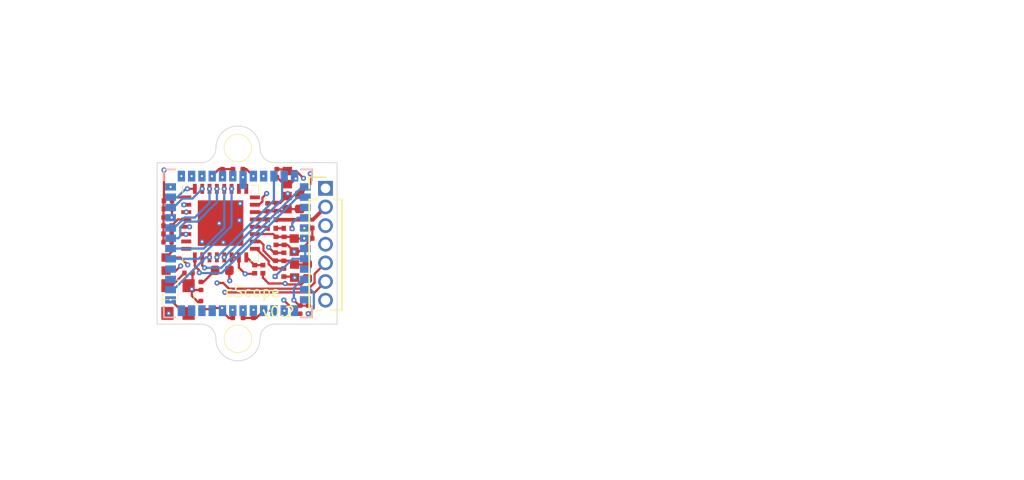
<source format=kicad_pcb>
(kicad_pcb (version 20171130) (host pcbnew "(5.1.4)-1")
  (layers (0 F.Cu signal) (1 In1.Cu power) (2 In2.Cu signal) (31 B.Cu signal) (34 B.Paste user) (35 F.Paste user) (36 B.SilkS user) (37 F.SilkS user) (38 B.Mask user) (39 F.Mask user) (44 Edge.Cuts user))
  (net 0 "")
  (net 1 GND)
  (net 2 /RESET_BAR)
  (net 3 /EXTCLK)
  (net 4 /TRIGGER)
  (net 5 /STROBE)
  (net 6 /DOUT1)
  (net 7 /DOUT0)
  (net 8 /ENT1)
  (net 9 VDDD)
  (net 10 DOUT_P)
  (net 11 PDB)
  (net 12 VDDPLL)
  (net 13 VDDCML)
  (net 14 CLK_OUT)
  (net 15 FV)
  (net 16 LV)
  (net 17 I2C_SDA)
  (net 18 I2C_SCL)
  (net 19 MODE)
  (net 20 DIN0)
  (net 21 DIN1)
  (net 22 DIN2)
  (net 23 DIN3)
  (net 24 DIN4)
  (net 25 DIN5)
  (net 26 DIN6)
  (net 27 DIN7)
  (net 28 DIN8)
  (net 29 DIN9)
  (net 30 DIN11)
  (net 31 DIN10)
  (net 32 VDDIO)
  (net 33 "Net-(C7-Pad2)")
  (net 34 "Net-(C8-Pad2)")
  (net 35 "Net-(C8-Pad1)")
  (net 36 "Net-(D2-Pad2)")
  (net 37 "Net-(R17-Pad2)")
  (net 38 "Net-(U2-Pad17)")
  (net 39 "Net-(U2-Pad18)")
  (net 40 /ENT)
  (module Connector:Conn_1x1_700_Circular_Pad_mountinghole (layer F.Cu) (at 51.49994 141.00152 180)
    (fp_text reference H3)
    (fp_text value MountingHole hide)
    (pad "" np_thru_hole circle (at 0 0 180) (size 1 1) (drill 1) (layers *.Cu *.Mask))
  )
  (module Connector:Conn_1x1_700_Circular_Pad_mountinghole (layer F.Cu) (at 51.4974 127.99926 180)
    (fp_text reference H3)
    (fp_text value MountingHole hide)
    (pad "" np_thru_hole circle (at 0 0 180) (size 1 1) (drill 1) (layers *.Cu *.Mask))
  )
  (module .Package_LCC:iLCC48P70_1000X1000X135L80X40N (layer B.Cu) (at 51.5 134.5 180)
    (fp_text reference U6)
    (fp_text value MT9P031I12STM-DP)
    (pad 18 smd rect (at -4.585 -3.85 180) (size 0.74 0.5) (layers B.Cu B.Paste B.Mask))
    (pad 17 smd rect (at -4.585 -3.15 180) (size 0.74 0.5) (layers B.Cu B.Paste B.Mask) (net 1 GND))
    (pad 16 smd rect (at -4.585 -2.45 180) (size 0.74 0.5) (layers B.Cu B.Paste B.Mask) (net 2 /RESET_BAR))
    (pad 15 smd rect (at -4.585 -1.75 180) (size 0.74 0.5) (layers B.Cu B.Paste B.Mask) (net 4 /TRIGGER))
    (pad 14 smd rect (at -4.585 -1.05 180) (size 0.74 0.5) (layers B.Cu B.Paste B.Mask) (net 32 VDDIO))
    (pad 13 smd rect (at -4.585 -0.35 180) (size 0.74 0.5) (layers B.Cu B.Paste B.Mask) (net 32 VDDIO))
    (pad 12 smd rect (at -4.585 0.35 180) (size 0.74 0.5) (layers B.Cu B.Paste B.Mask) (net 9 VDDD))
    (pad 11 smd rect (at -4.585 1.05 180) (size 0.74 0.5) (layers B.Cu B.Paste B.Mask) (net 32 VDDIO))
    (pad 10 smd rect (at -4.585 1.75 180) (size 0.74 0.5) (layers B.Cu B.Paste B.Mask) (net 1 GND))
    (pad 9 smd rect (at -4.585 2.45 180) (size 0.74 0.5) (layers B.Cu B.Paste B.Mask) (net 5 /STROBE))
    (pad 8 smd rect (at -4.585 3.15 180) (size 0.74 0.5) (layers B.Cu B.Paste B.Mask) (net 16 LV))
    (pad 7 smd rect (at -4.585 3.85 180) (size 0.74 0.5) (layers B.Cu B.Paste B.Mask) (net 15 FV))
    (pad 6 smd rect (at -3.85 4.585 90) (size 0.74 0.5) (layers B.Cu B.Paste B.Mask) (net 1 GND))
    (pad 5 smd rect (at -3.15 4.585 90) (size 0.74 0.5) (layers B.Cu B.Paste B.Mask) (net 17 I2C_SDA))
    (pad 4 smd rect (at -2.45 4.585 90) (size 0.74 0.5) (layers B.Cu B.Paste B.Mask) (net 18 I2C_SCL))
    (pad 3 smd rect (at -1.75 4.585 90) (size 0.74 0.5) (layers B.Cu B.Paste B.Mask) (net 1 GND))
    (pad 2 smd rect (at -1.05 4.585 90) (size 0.74 0.5) (layers B.Cu B.Paste B.Mask) (net 1 GND))
    (pad 1 smd rect (at -0.35 4.331 90) (size 1.248 0.5) (layers B.Cu B.Paste B.Mask) (net 32 VDDIO))
    (pad 48 smd rect (at 0.35 4.585 90) (size 0.74 0.5) (layers B.Cu B.Paste B.Mask) (net 32 VDDIO))
    (pad 47 smd rect (at 1.05 4.585 90) (size 0.74 0.5) (layers B.Cu B.Paste B.Mask) (net 9 VDDD))
    (pad 46 smd rect (at 1.75 4.585 90) (size 0.74 0.5) (layers B.Cu B.Paste B.Mask) (net 1 GND))
    (pad 45 smd rect (at 2.45 4.585 90) (size 0.74 0.5) (layers B.Cu B.Paste B.Mask) (net 29 DIN9))
    (pad 44 smd rect (at 3.15 4.585 90) (size 0.74 0.5) (layers B.Cu B.Paste B.Mask) (net 28 DIN8))
    (pad 43 smd rect (at 3.85 4.585 90) (size 0.74 0.5) (layers B.Cu B.Paste B.Mask) (net 27 DIN7))
    (pad 42 smd rect (at 4.585 3.85 180) (size 0.74 0.5) (layers B.Cu B.Paste B.Mask) (net 26 DIN6))
    (pad 41 smd rect (at 4.585 3.15 180) (size 0.74 0.5) (layers B.Cu B.Paste B.Mask) (net 25 DIN5))
    (pad 40 smd rect (at 4.585 2.45 180) (size 0.74 0.5) (layers B.Cu B.Paste B.Mask) (net 24 DIN4))
    (pad 39 smd rect (at 4.585 1.75 180) (size 0.74 0.5) (layers B.Cu B.Paste B.Mask) (net 32 VDDIO))
    (pad 38 smd rect (at 4.585 1.05 180) (size 0.74 0.5) (layers B.Cu B.Paste B.Mask) (net 23 DIN3))
    (pad 37 smd rect (at 4.585 0.35 180) (size 0.74 0.5) (layers B.Cu B.Paste B.Mask) (net 22 DIN2))
    (pad 36 smd rect (at 4.585 -0.35 180) (size 0.74 0.5) (layers B.Cu B.Paste B.Mask) (net 21 DIN1))
    (pad 35 smd rect (at 4.585 -1.05 180) (size 0.74 0.5) (layers B.Cu B.Paste B.Mask) (net 20 DIN0))
    (pad 34 smd rect (at 4.585 -1.75 180) (size 0.74 0.5) (layers B.Cu B.Paste B.Mask) (net 6 /DOUT1))
    (pad 33 smd rect (at 4.585 -2.45 180) (size 0.74 0.5) (layers B.Cu B.Paste B.Mask) (net 7 /DOUT0))
    (pad 32 smd rect (at 4.585 -3.15 180) (size 0.74 0.5) (layers B.Cu B.Paste B.Mask) (net 14 CLK_OUT))
    (pad 31 smd rect (at 4.585 -3.85 180) (size 0.74 0.5) (layers B.Cu B.Paste B.Mask) (net 3 /EXTCLK))
    (pad 30 smd rect (at 3.85 -4.585 90) (size 0.74 0.5) (layers B.Cu B.Paste B.Mask))
    (pad 29 smd rect (at 3.15 -4.585 90) (size 0.74 0.5) (layers B.Cu B.Paste B.Mask))
    (pad 28 smd rect (at 2.45 -4.585 90) (size 0.74 0.5) (layers B.Cu B.Paste B.Mask))
    (pad 27 smd rect (at 1.75 -4.585 90) (size 0.74 0.5) (layers B.Cu B.Paste B.Mask))
    (pad 26 smd rect (at 1.05 -4.585 90) (size 0.74 0.5) (layers B.Cu B.Paste B.Mask) (net 1 GND))
    (pad 25 smd rect (at 0.35 -4.585 90) (size 0.74 0.5) (layers B.Cu B.Paste B.Mask) (net 32 VDDIO))
    (pad 24 smd rect (at -0.35 -4.585 90) (size 0.74 0.5) (layers B.Cu B.Paste B.Mask) (net 32 VDDIO))
    (pad 23 smd rect (at -1.05 -4.585 90) (size 0.74 0.5) (layers B.Cu B.Paste B.Mask) (net 32 VDDIO))
    (pad 22 smd rect (at -1.75 -4.585 90) (size 0.74 0.5) (layers B.Cu B.Paste B.Mask) (net 1 GND))
    (pad 21 smd rect (at -2.45 -4.585 90) (size 0.74 0.5) (layers B.Cu B.Paste B.Mask) (net 1 GND))
    (pad 20 smd rect (at -3.15 -4.585 90) (size 0.74 0.5) (layers B.Cu B.Paste B.Mask) (net 1 GND))
    (pad 19 smd rect (at -3.85 -4.585 90) (size 0.74 0.5) (layers B.Cu B.Paste B.Mask))
  )
  (module Connector_PinHeader_1.27mm:PinHeader_1x07_P1.27mm_Vertical (layer F.Cu) (at 57.46132 130.74754)
    (fp_text reference J6)
    (fp_text value Conn_01x07)
    (pad 7 thru_hole oval (at 0 7.62) (size 1 1) (drill 0.65) (layers *.Cu *.Mask) (net 1 GND))
    (pad 6 thru_hole oval (at 0 6.35) (size 1 1) (drill 0.65) (layers *.Cu *.Mask) (net 17 I2C_SDA))
    (pad 5 thru_hole oval (at 0 5.08) (size 1 1) (drill 0.65) (layers *.Cu *.Mask) (net 18 I2C_SCL))
    (pad 4 thru_hole oval (at 0 3.81) (size 1 1) (drill 0.65) (layers *.Cu *.Mask) (net 9 VDDD))
    (pad 3 thru_hole oval (at 0 2.54) (size 1 1) (drill 0.65) (layers *.Cu *.Mask) (net 32 VDDIO))
    (pad 2 thru_hole oval (at 0 1.27) (size 1 1) (drill 0.65) (layers *.Cu *.Mask) (net 10 DOUT_P))
    (pad 1 thru_hole rect (at 0 0) (size 1 1) (drill 0.65) (layers *.Cu *.Mask) (net 40 /ENT))
  )
  (module .Resistor:R_0201_0603Metric_ERJ_L (layer F.Cu) (at 48.982 137.3998 270)
    (fp_text reference R13)
    (fp_text value 500)
    (pad 2 smd roundrect (at 0.275 0 270) (size 0.31 0.34) (layers F.Cu F.Paste F.Mask) (net 32 VDDIO))
    (pad 1 smd roundrect (at -0.275 0 270) (size 0.31 0.34) (layers F.Cu F.Paste F.Mask) (net 36 "Net-(D2-Pad2)"))
  )
  (module LED_SMD:LED_0402_1005Metric (layer F.Cu) (at 50.4298 136.333 180)
    (fp_text reference D2)
    (fp_text value "LED 0402")
    (pad 2 smd roundrect (at 0.485 0 180) (size 0.59 0.64) (layers F.Cu F.Paste F.Mask) (net 36 "Net-(D2-Pad2)"))
    (pad 1 smd roundrect (at -0.485 0 180) (size 0.59 0.64) (layers F.Cu F.Paste F.Mask) (net 1 GND))
  )
  (module .Resistor:R_0201_0603Metric_ERJ_L (layer F.Cu) (at 55.7282 139.0148 90)
    (fp_text reference R12)
    (fp_text value 1k)
    (pad 2 smd roundrect (at 0.275 0 90) (size 0.31 0.34) (layers F.Cu F.Paste F.Mask) (net 2 /RESET_BAR))
    (pad 1 smd roundrect (at -0.275 0 90) (size 0.31 0.34) (layers F.Cu F.Paste F.Mask) (net 32 VDDIO))
  )
  (module .Capacitor:C_0201_0603Metric_L (layer F.Cu) (at 56.29218 139.0148 270)
    (fp_text reference C31)
    (fp_text value 1uF)
    (pad 2 smd roundrect (at 0.275 0 270) (size 0.31 0.34) (layers F.Cu F.Paste F.Mask) (net 1 GND))
    (pad 1 smd roundrect (at -0.275 0 270) (size 0.31 0.34) (layers F.Cu F.Paste F.Mask) (net 2 /RESET_BAR))
  )
  (module .Capacitor:C_0201_0603Metric_L (layer F.Cu) (at 46.7112 134.412 180)
    (fp_text reference C33)
    (fp_text value 1uF)
    (pad 2 smd roundrect (at 0.275 0 180) (size 0.31 0.34) (layers F.Cu F.Paste F.Mask) (net 1 GND))
    (pad 1 smd roundrect (at -0.275 0 180) (size 0.31 0.34) (layers F.Cu F.Paste F.Mask) (net 9 VDDD))
  )
  (module Package_QFN:QFN_33_P50_500X500X80L40X24T310L (layer F.Cu) (at 50.318 133.1166)
    (fp_text reference U2)
    (fp_text value DS90UB913ATRTVTQ1)
    (pad 1 smd rect (at -1.75 2.335 90) (size 0.68 0.26) (layers F.Cu F.Paste F.Mask) (net 16 LV))
    (pad 2 smd rect (at -1.25 2.335 90) (size 0.68 0.26) (layers F.Cu F.Paste F.Mask) (net 15 FV))
    (pad 3 smd rect (at -0.75 2.335 90) (size 0.68 0.26) (layers F.Cu F.Paste F.Mask) (net 14 CLK_OUT))
    (pad 4 smd rect (at -0.25 2.335 90) (size 0.68 0.26) (layers F.Cu F.Paste F.Mask) (net 18 I2C_SCL))
    (pad 5 smd rect (at 0.25 2.335 90) (size 0.68 0.26) (layers F.Cu F.Paste F.Mask) (net 17 I2C_SDA))
    (pad 6 smd rect (at 0.75 2.335 90) (size 0.68 0.26) (layers F.Cu F.Paste F.Mask) (net 1 GND))
    (pad 7 smd rect (at 1.25 2.335 90) (size 0.68 0.26) (layers F.Cu F.Paste F.Mask) (net 1 GND))
    (pad 8 smd rect (at 1.75 2.335 90) (size 0.68 0.26) (layers F.Cu F.Paste F.Mask) (net 19 MODE))
    (pad 9 smd rect (at 2.335 1.75) (size 0.68 0.26) (layers F.Cu F.Paste F.Mask) (net 11 PDB))
    (pad 10 smd rect (at 2.335 1.25) (size 0.68 0.26) (layers F.Cu F.Paste F.Mask) (net 12 VDDPLL))
    (pad 11 smd rect (at 2.335 0.75) (size 0.68 0.26) (layers F.Cu F.Paste F.Mask) (net 9 VDDD))
    (pad 12 smd rect (at 2.335 0.25) (size 0.68 0.26) (layers F.Cu F.Paste F.Mask) (net 34 "Net-(C8-Pad2)"))
    (pad 13 smd rect (at 2.335 -0.25) (size 0.68 0.26) (layers F.Cu F.Paste F.Mask) (net 33 "Net-(C7-Pad2)"))
    (pad 14 smd rect (at 2.335 -0.75) (size 0.68 0.26) (layers F.Cu F.Paste F.Mask) (net 13 VDDCML))
    (pad 15 smd rect (at 2.335 -1.25) (size 0.68 0.26) (layers F.Cu F.Paste F.Mask) (net 40 /ENT))
    (pad 16 smd rect (at 2.335 -1.75) (size 0.68 0.26) (layers F.Cu F.Paste F.Mask) (net 8 /ENT1))
    (pad 17 smd rect (at 1.75 -2.335 90) (size 0.68 0.26) (layers F.Cu F.Paste F.Mask) (net 38 "Net-(U2-Pad17)"))
    (pad 18 smd rect (at 1.25 -2.335 90) (size 0.68 0.26) (layers F.Cu F.Paste F.Mask) (net 39 "Net-(U2-Pad18)"))
    (pad 19 smd rect (at 0.75 -2.335 90) (size 0.68 0.26) (layers F.Cu F.Paste F.Mask) (net 20 DIN0))
    (pad 20 smd rect (at 0.25 -2.335 90) (size 0.68 0.26) (layers F.Cu F.Paste F.Mask) (net 21 DIN1))
    (pad 21 smd rect (at -0.25 -2.335 90) (size 0.68 0.26) (layers F.Cu F.Paste F.Mask) (net 22 DIN2))
    (pad 22 smd rect (at -0.75 -2.335 90) (size 0.68 0.26) (layers F.Cu F.Paste F.Mask) (net 23 DIN3))
    (pad 23 smd rect (at -1.25 -2.335 90) (size 0.68 0.26) (layers F.Cu F.Paste F.Mask) (net 24 DIN4))
    (pad 24 smd rect (at -1.75 -2.335 90) (size 0.68 0.26) (layers F.Cu F.Paste F.Mask) (net 25 DIN5))
    (pad 25 smd rect (at -2.335 -1.75) (size 0.68 0.26) (layers F.Cu F.Paste F.Mask) (net 32 VDDIO))
    (pad 26 smd rect (at -2.335 -1.25) (size 0.68 0.26) (layers F.Cu F.Paste F.Mask) (net 26 DIN6))
    (pad 27 smd rect (at -2.335 -0.75) (size 0.68 0.26) (layers F.Cu F.Paste F.Mask) (net 27 DIN7))
    (pad 28 smd rect (at -2.335 -0.25) (size 0.68 0.26) (layers F.Cu F.Paste F.Mask) (net 9 VDDD))
    (pad 29 smd rect (at -2.335 0.25) (size 0.68 0.26) (layers F.Cu F.Paste F.Mask) (net 28 DIN8))
    (pad 30 smd rect (at -2.335 0.75) (size 0.68 0.26) (layers F.Cu F.Paste F.Mask) (net 29 DIN9))
    (pad 31 smd rect (at -2.335 1.25) (size 0.68 0.26) (layers F.Cu F.Paste F.Mask) (net 31 DIN10))
    (pad 32 smd rect (at -2.335 1.75) (size 0.68 0.26) (layers F.Cu F.Paste F.Mask) (net 30 DIN11))
    (pad 33 smd rect (at 0 0) (size 3.1 3.1) (layers F.Cu F.Paste F.Mask) (net 1 GND))
  )
  (module .Resistor:R_0201_0603Metric_ERJ_L (layer F.Cu) (at 48.1336 136.5202 180)
    (fp_text reference R17)
    (fp_text value DNL)
    (pad 2 smd roundrect (at 0.275 0 180) (size 0.31 0.34) (layers F.Cu F.Paste F.Mask) (net 37 "Net-(R17-Pad2)"))
    (pad 1 smd roundrect (at -0.275 0 180) (size 0.31 0.34) (layers F.Cu F.Paste F.Mask) (net 32 VDDIO))
  )
  (module .Capacitor:C_0201_0603Metric_L (layer F.Cu) (at 48.9718 138.7046 270)
    (fp_text reference C49)
    (fp_text value 10nF)
    (pad 2 smd roundrect (at 0.275 0 270) (size 0.31 0.34) (layers F.Cu F.Paste F.Mask) (net 1 GND))
    (pad 1 smd roundrect (at -0.275 0 270) (size 0.31 0.34) (layers F.Cu F.Paste F.Mask) (net 32 VDDIO))
  )
  (module .Capacitor:C_0201_0603Metric_L (layer F.Cu) (at 51.8522 139.3048 270)
    (fp_text reference C55)
    (fp_text value 0.1uF)
    (pad 2 smd roundrect (at 0.275 0 270) (size 0.31 0.34) (layers F.Cu F.Paste F.Mask) (net 1 GND))
    (pad 1 smd roundrect (at -0.275 0 270) (size 0.31 0.34) (layers F.Cu F.Paste F.Mask) (net 32 VDDIO))
  )
  (module .Capacitor:C_0201_0603Metric_L (layer F.Cu) (at 52.5634 139.3048 270)
    (fp_text reference C42)
    (fp_text value 0.1uF)
    (pad 2 smd roundrect (at 0.275 0 270) (size 0.31 0.34) (layers F.Cu F.Paste F.Mask) (net 1 GND))
    (pad 1 smd roundrect (at -0.275 0 270) (size 0.31 0.34) (layers F.Cu F.Paste F.Mask) (net 32 VDDIO))
  )
  (module .Capacitor:C_0201_0603Metric_L (layer F.Cu) (at 51.842 129.713 90)
    (fp_text reference C37)
    (fp_text value 0.1uF)
    (pad 2 smd roundrect (at 0.275 0 90) (size 0.31 0.34) (layers F.Cu F.Paste F.Mask) (net 1 GND))
    (pad 1 smd roundrect (at -0.275 0 90) (size 0.31 0.34) (layers F.Cu F.Paste F.Mask) (net 32 VDDIO))
  )
  (module .Capacitor:C_0201_0603Metric_L (layer F.Cu) (at 54.1534 129.713 270)
    (fp_text reference C32)
    (fp_text value 1uF)
    (pad 2 smd roundrect (at 0.275 0 270) (size 0.31 0.34) (layers F.Cu F.Paste F.Mask) (net 1 GND))
    (pad 1 smd roundrect (at -0.275 0 270) (size 0.31 0.34) (layers F.Cu F.Paste F.Mask) (net 32 VDDIO))
  )
  (module .Capacitor:C_0201_0603Metric_L (layer F.Cu) (at 46.7112 132.7356 180)
    (fp_text reference C46)
    (fp_text value 0.1uF)
    (pad 2 smd roundrect (at 0.275 0 180) (size 0.31 0.34) (layers F.Cu F.Paste F.Mask) (net 1 GND))
    (pad 1 smd roundrect (at -0.275 0 180) (size 0.31 0.34) (layers F.Cu F.Paste F.Mask) (net 32 VDDIO))
  )
  (module .Capacitor:C_0201_0603Metric_L (layer F.Cu) (at 51.141 139.3048 270)
    (fp_text reference C43)
    (fp_text value 0.1uF)
    (pad 2 smd roundrect (at 0.275 0 270) (size 0.31 0.34) (layers F.Cu F.Paste F.Mask) (net 1 GND))
    (pad 1 smd roundrect (at -0.275 0 270) (size 0.31 0.34) (layers F.Cu F.Paste F.Mask) (net 32 VDDIO))
  )
  (module .Capacitor:C_0201_0603Metric_L (layer F.Cu) (at 51.1562 129.713 90)
    (fp_text reference C40)
    (fp_text value 0.1uF)
    (pad 2 smd roundrect (at 0.275 0 90) (size 0.31 0.34) (layers F.Cu F.Paste F.Mask) (net 1 GND))
    (pad 1 smd roundrect (at -0.275 0 90) (size 0.31 0.34) (layers F.Cu F.Paste F.Mask) (net 32 VDDIO))
  )
  (module .Capacitor:C_0201_0603Metric_L (layer F.Cu) (at 56.287 133.4468)
    (fp_text reference C35)
    (fp_text value 0.1uF)
    (pad 2 smd roundrect (at 0.275 0) (size 0.31 0.34) (layers F.Cu F.Paste F.Mask) (net 1 GND))
    (pad 1 smd roundrect (at -0.275 0) (size 0.31 0.34) (layers F.Cu F.Paste F.Mask) (net 32 VDDIO))
  )
  (module .Capacitor:C_0201_0603Metric_L (layer F.Cu) (at 56.287 134.158)
    (fp_text reference C41)
    (fp_text value 0.1uF)
    (pad 2 smd roundrect (at 0.275 0) (size 0.31 0.34) (layers F.Cu F.Paste F.Mask) (net 1 GND))
    (pad 1 smd roundrect (at -0.275 0) (size 0.31 0.34) (layers F.Cu F.Paste F.Mask) (net 9 VDDD))
  )
  (module .Capacitor:C_0201_0603Metric_L (layer F.Cu) (at 50.445 129.713 90)
    (fp_text reference C36)
    (fp_text value 0.1uF)
    (pad 2 smd roundrect (at 0.275 0 90) (size 0.31 0.34) (layers F.Cu F.Paste F.Mask) (net 1 GND))
    (pad 1 smd roundrect (at -0.275 0 90) (size 0.31 0.34) (layers F.Cu F.Paste F.Mask) (net 9 VDDD))
  )
  (module .Capacitor:C_0402_1005Metric_L (layer F.Cu) (at 54.8494 131.7196 90)
    (fp_text reference C16)
    (fp_text value GRM155R60J106ME15D)
    (pad 2 smd rect (at 0.445 0 90) (size 0.58 0.63) (layers F.Cu F.Paste F.Mask) (net 1 GND))
    (pad 1 smd rect (at -0.445 0 90) (size 0.58 0.63) (layers F.Cu F.Paste F.Mask) (net 13 VDDCML))
  )
  (module .Capacitor:C_0402_1005Metric_L (layer F.Cu) (at 55.332 134.6152 270)
    (fp_text reference C14)
    (fp_text value GRM155R60J475ME87D)
    (pad 1 smd rect (at -0.445 0 270) (size 0.58 0.63) (layers F.Cu F.Paste F.Mask) (net 9 VDDD))
    (pad 2 smd rect (at 0.445 0 270) (size 0.58 0.63) (layers F.Cu F.Paste F.Mask) (net 1 GND))
  )
  (module .Capacitor:C_0201_0603Metric_L (layer F.Cu) (at 54.6462 134.3264 270)
    (fp_text reference C18)
    (fp_text value GRM033R61A104ME15D)
    (pad 2 smd rect (at 0.275 0 270) (size 0.31 0.34) (layers F.Cu F.Paste F.Mask) (net 1 GND))
    (pad 1 smd rect (at -0.275 0 270) (size 0.31 0.34) (layers F.Cu F.Paste F.Mask) (net 9 VDDD))
  )
  (module .Capacitor:C_0201_0603Metric_L (layer F.Cu) (at 54.0874 134.3264 270)
    (fp_text reference C26)
    (fp_text value GRM033R71A103KA01D)
    (pad 1 smd rect (at -0.275 0 270) (size 0.31 0.34) (layers F.Cu F.Paste F.Mask) (net 9 VDDD))
    (pad 2 smd rect (at 0.275 0 270) (size 0.31 0.34) (layers F.Cu F.Paste F.Mask) (net 1 GND))
  )
  (module .Capacitor:C_0201_0603Metric_L (layer F.Cu) (at 46.7366 132.1514 180)
    (fp_text reference C21)
    (fp_text value GRM033R61A104ME15D)
    (pad 2 smd rect (at 0.275 0 180) (size 0.31 0.34) (layers F.Cu F.Paste F.Mask) (net 1 GND))
    (pad 1 smd rect (at -0.275 0 180) (size 0.31 0.34) (layers F.Cu F.Paste F.Mask) (net 32 VDDIO))
  )
  (module .Capacitor:C_0201_0603Metric_L (layer F.Cu) (at 46.741 131.5926 180)
    (fp_text reference C29)
    (fp_text value GRM033R71A103KA01D)
    (pad 1 smd rect (at -0.275 0 180) (size 0.31 0.34) (layers F.Cu F.Paste F.Mask) (net 32 VDDIO))
    (pad 2 smd rect (at 0.275 0 180) (size 0.31 0.34) (layers F.Cu F.Paste F.Mask) (net 1 GND))
  )
  (module .Capacitor:C_0402_1005Metric_L (layer F.Cu) (at 55.3574 136.3838 270)
    (fp_text reference C15)
    (fp_text value GRM155R60J475ME87D)
    (pad 1 smd rect (at -0.445 0 270) (size 0.58 0.63) (layers F.Cu F.Paste F.Mask) (net 12 VDDPLL))
    (pad 2 smd rect (at 0.445 0 270) (size 0.58 0.63) (layers F.Cu F.Paste F.Mask) (net 1 GND))
  )
  (module .Capacitor:C_0201_0603Metric_L (layer F.Cu) (at 54.6258 135.412 90)
    (fp_text reference C19)
    (fp_text value GRM033R61A104ME15D)
    (pad 2 smd rect (at 0.275 0 90) (size 0.31 0.34) (layers F.Cu F.Paste F.Mask) (net 1 GND))
    (pad 1 smd rect (at -0.275 0 90) (size 0.31 0.34) (layers F.Cu F.Paste F.Mask) (net 12 VDDPLL))
  )
  (module .Capacitor:C_0201_0603Metric_L (layer F.Cu) (at 54.0518 135.4026 90)
    (fp_text reference C27)
    (fp_text value GRM033R71A103KA01D)
    (pad 1 smd rect (at -0.275 0 90) (size 0.31 0.34) (layers F.Cu F.Paste F.Mask) (net 12 VDDPLL))
    (pad 2 smd rect (at 0.275 0 90) (size 0.31 0.34) (layers F.Cu F.Paste F.Mask) (net 1 GND))
  )
  (module .Capacitor:C_0201_0603Metric_L (layer F.Cu) (at 54.1128 132.0244 90)
    (fp_text reference C20)
    (fp_text value GRM033R61A104ME15D)
    (pad 2 smd rect (at 0.275 0 90) (size 0.31 0.34) (layers F.Cu F.Paste F.Mask) (net 1 GND))
    (pad 1 smd rect (at -0.275 0 90) (size 0.31 0.34) (layers F.Cu F.Paste F.Mask) (net 13 VDDCML))
  )
  (module .Capacitor:C_0201_0603Metric_L (layer F.Cu) (at 53.5286 132.0404 90)
    (fp_text reference C28)
    (fp_text value GRM033R71A103KA01D)
    (pad 1 smd rect (at -0.275 0 90) (size 0.31 0.34) (layers F.Cu F.Paste F.Mask) (net 13 VDDCML))
    (pad 2 smd rect (at 0.275 0 90) (size 0.31 0.34) (layers F.Cu F.Paste F.Mask) (net 1 GND))
  )
  (module .Capacitor:C_0201_0603Metric_L (layer F.Cu) (at 46.7112 133.8532 180)
    (fp_text reference C22)
    (fp_text value GRM033R61A104ME15D)
    (pad 2 smd rect (at 0.275 0 180) (size 0.31 0.34) (layers F.Cu F.Paste F.Mask) (net 1 GND))
    (pad 1 smd rect (at -0.275 0 180) (size 0.31 0.34) (layers F.Cu F.Paste F.Mask) (net 9 VDDD))
  )
  (module .Capacitor:C_0201_0603Metric_L (layer F.Cu) (at 46.7112 133.2944 180)
    (fp_text reference C30)
    (fp_text value GRM033R71A103KA01D)
    (pad 1 smd rect (at -0.275 0 180) (size 0.31 0.34) (layers F.Cu F.Paste F.Mask) (net 9 VDDD))
    (pad 2 smd rect (at 0.275 0 180) (size 0.31 0.34) (layers F.Cu F.Paste F.Mask) (net 1 GND))
  )
  (module Inductor_SMD:L_0402_1005Metric (layer F.Cu) (at 56.221 136.4092 270)
    (fp_text reference L4)
    (fp_text value BLM15HD102SN1D)
    (pad 2 smd roundrect (at 0.485 0 270) (size 0.59 0.64) (layers F.Cu F.Paste F.Mask) (net 9 VDDD))
    (pad 1 smd roundrect (at -0.485 0 270) (size 0.59 0.64) (layers F.Cu F.Paste F.Mask) (net 12 VDDPLL))
  )
  (module Inductor_SMD:L_0402_1005Metric (layer F.Cu) (at 55.7028 131.6688 90)
    (fp_text reference L5)
    (fp_text value BLM15HD102SN1D)
    (pad 1 smd roundrect (at -0.485 0 90) (size 0.59 0.64) (layers F.Cu F.Paste F.Mask) (net 13 VDDCML))
    (pad 2 smd roundrect (at 0.485 0 90) (size 0.59 0.64) (layers F.Cu F.Paste F.Mask) (net 9 VDDD))
  )
  (module Capacitor:C_0201_0603Metric_L (layer F.Cu) (at 53.7978 132.888 180)
    (fp_text reference C7)
    (fp_text value GRM033R61A104ME15D)
    (pad 2 smd rect (at 0.275 0 180) (size 0.31 0.34) (layers F.Cu F.Paste F.Mask) (net 33 "Net-(C7-Pad2)"))
    (pad 1 smd rect (at -0.275 0 180) (size 0.31 0.34) (layers F.Cu F.Paste F.Mask) (net 10 DOUT_P))
  )
  (module Capacitor:C_0201_0603Metric_L (layer F.Cu) (at 53.7978 133.4722 180)
    (fp_text reference C8)
    (fp_text value GRM033R61C473KE84D)
    (pad 2 smd rect (at 0.275 0 180) (size 0.31 0.34) (layers F.Cu F.Paste F.Mask) (net 34 "Net-(C8-Pad2)"))
    (pad 1 smd rect (at -0.275 0 180) (size 0.31 0.34) (layers F.Cu F.Paste F.Mask) (net 35 "Net-(C8-Pad1)"))
  )
  (module Resistor:R_0201_0603Metric_ERJ_L (layer F.Cu) (at 54.6208 136.4854 270)
    (fp_text reference C10)
    (fp_text value GRM033R61A105ME15D)
    (pad 2 smd rect (at 0.275 0 270) (size 0.31 0.34) (layers F.Cu F.Paste F.Mask) (net 1 GND))
    (pad 1 smd rect (at -0.275 0 270) (size 0.31 0.34) (layers F.Cu F.Paste F.Mask) (net 11 PDB))
  )
  (module Capacitor:C_0402_1005Metric_L (layer F.Cu) (at 46.6096 135.9106 270)
    (fp_text reference C38)
    (fp_text value 10uF)
    (pad 1 smd rect (at -0.445 0 270) (size 0.58 0.63) (layers F.Cu F.Paste F.Mask) (net 9 VDDD))
    (pad 2 smd rect (at 0.445 0 270) (size 0.58 0.63) (layers F.Cu F.Paste F.Mask) (net 1 GND))
  )
  (module Capacitor:C_0402_1005Metric_L (layer F.Cu) (at 54.8646 130.0178 270)
    (fp_text reference C44)
    (fp_text value GRM155R60J106ME15D)
    (pad 1 smd rect (at -0.445 0 270) (size 0.58 0.63) (layers F.Cu F.Paste F.Mask) (net 32 VDDIO))
    (pad 2 smd rect (at 0.445 0 270) (size 0.58 0.63) (layers F.Cu F.Paste F.Mask) (net 1 GND))
  )
  (module Resistor:R_0201_0603Metric_ERJ_L (layer F.Cu) (at 54.89 133.4722 180)
    (fp_text reference R3)
    (fp_text value ERJ-1GNF49R9C)
    (pad 2 smd rect (at 0.275 0 180) (size 0.31 0.34) (layers F.Cu F.Paste F.Mask) (net 35 "Net-(C8-Pad1)"))
    (pad 1 smd rect (at -0.275 0 180) (size 0.31 0.34) (layers F.Cu F.Paste F.Mask) (net 1 GND))
  )
  (module Resistor:R_0201_0603Metric_ERJ_L (layer F.Cu) (at 53.1984 136.2568 90)
    (fp_text reference R5)
    (fp_text value ERJ-1GNF1022C)
    (pad 1 smd rect (at -0.275 0 90) (size 0.31 0.34) (layers F.Cu F.Paste F.Mask) (net 9 VDDD))
    (pad 2 smd rect (at 0.275 0 90) (size 0.31 0.34) (layers F.Cu F.Paste F.Mask) (net 19 MODE))
  )
  (module Resistor:R_0201_0603Metric_ERJ_L (layer F.Cu) (at 52.6396 136.2568 270)
    (fp_text reference R6)
    (fp_text value ERJ-1GNF1003C)
    (pad 2 smd rect (at 0.275 0 270) (size 0.31 0.34) (layers F.Cu F.Paste F.Mask) (net 1 GND))
    (pad 1 smd rect (at -0.275 0 270) (size 0.31 0.34) (layers F.Cu F.Paste F.Mask) (net 19 MODE))
  )
  (module Resistor:R_0201_0603Metric_ERJ_L (layer F.Cu) (at 54.0366 136.4854 90)
    (fp_text reference R7)
    (fp_text value ERJ-1GNF1022C)
    (pad 1 smd rect (at -0.275 0 90) (size 0.31 0.34) (layers F.Cu F.Paste F.Mask) (net 32 VDDIO))
    (pad 2 smd rect (at 0.275 0 90) (size 0.31 0.34) (layers F.Cu F.Paste F.Mask) (net 11 PDB))
  )
  (module Oscillator:OSC_CC250X200X80L70X75L (layer F.Cu) (at 47.4224 138.3236 270)
    (fp_text reference U10)
    (fp_text value "SG-210STF 66.6667ML3")
    (pad 1 smd rect (at -0.945 0.72) (size 0.83 0.88) (layers F.Cu F.Paste F.Mask) (net 37 "Net-(R17-Pad2)"))
    (pad 2 smd rect (at 0.945 0.72) (size 0.83 0.88) (layers F.Cu F.Paste F.Mask) (net 1 GND))
    (pad 3 smd rect (at 0.945 -0.72) (size 0.83 0.88) (layers F.Cu F.Paste F.Mask) (net 3 /EXTCLK))
    (pad 4 smd rect (at -0.945 -0.72) (size 0.83 0.88) (layers F.Cu F.Paste F.Mask) (net 32 VDDIO))
  )
  (gr_line (start 58.25 140) (end 58.25 129) (layer Edge.Cuts) (width 0.05))
  (gr_line (start 54 140) (end 58.25 140) (layer Edge.Cuts) (width 0.05))
  (gr_line (start 46 140) (end 49 140) (layer Edge.Cuts) (width 0.05))
  (gr_circle (center 51.5 141) (end 52.438 141) (layer F.SilkS) (width 0.05))
  (gr_arc (start 49 141) (end 50 141) (angle -90) (layer Edge.Cuts) (width 0.05))
  (gr_arc (start 51.5 141) (end 50 141) (angle -180) (layer Edge.Cuts) (width 0.05))
  (gr_arc (start 54 141) (end 54 140) (angle -90) (layer Edge.Cuts) (width 0.05))
  (gr_line (start 54 129) (end 58.25 129) (layer Edge.Cuts) (width 0.05))
  (gr_line (start 46 129) (end 49 129) (layer Edge.Cuts) (width 0.05))
  (gr_arc (start 49 128) (end 49 129) (angle -90) (layer Edge.Cuts) (width 0.05))
  (gr_circle (center 51.5 128) (end 52.438 128) (layer F.SilkS) (width 0.05))
  (gr_arc (start 54 128) (end 53 128) (angle -90) (layer Edge.Cuts) (width 0.05))
  (gr_arc (start 51.5 128) (end 53 128) (angle -180) (layer Edge.Cuts) (width 0.05))
  (gr_text v0.2 (at 54.25076 139.16764) (layer F.SilkS) (effects (font (size 0.7 0.7) (thickness 0.1))))
  (gr_text cScope (at 52.4872 137.8062) (layer F.SilkS) (effects (font (size 0.7 0.7) (thickness 0.1))))
  (gr_line (start 46 129) (end 46 140) (layer Edge.Cuts) (width 0.05))
  (via (at 51.5982 132.9294) (size 0.35) (drill 0.15) (layers F.Cu B.Cu) (net 1))
  (via (at 50.506 134.428) (size 0.35) (drill 0.15) (layers F.Cu B.Cu) (net 1))
  (via (at 49.0582 134.3772) (size 0.35) (drill 0.15) (layers F.Cu B.Cu) (net 1))
  (via (at 50.2266 133.1326) (size 0.35) (drill 0.15) (layers F.Cu B.Cu) (net 1))
  (via (at 54.6614 139.0856) (size 0.35) (drill 0.15) (layers F.Cu B.Cu) (net 1))
  (via (at 49.7338 129.9162) (size 0.35) (drill 0.15) (layers F.Cu B.Cu) (net 1))
  (via (at 53.239 129.9162) (size 0.35) (drill 0.15) (layers F.Cu B.Cu) (net 1))
  (via (at 52.5532 129.9162) (size 0.35) (drill 0.15) (layers F.Cu B.Cu) (net 1))
  (segment (start 46.4406 133.925) (end 46.4362 133.9294) (width 0.1524) (layer F.Cu) (net 1))
  (segment (start 50.212 129.438) (end 49.7338 129.9162) (width 0.1524) (layer F.Cu) (net 1))
  (segment (start 51.1562 129.438) (end 50.212 129.438) (width 0.1524) (layer F.Cu) (net 1))
  (segment (start 52.075 129.438) (end 52.5532 129.9162) (width 0.1524) (layer F.Cu) (net 1))
  (segment (start 51.842 129.438) (end 52.075 129.438) (width 0.1524) (layer F.Cu) (net 1))
  (segment (start 46.4362 134.412) (end 46.4362 132.7356) (width 0.1524) (layer F.Cu) (net 1))
  (via (at 47.6002 136.0376) (size 0.35) (drill 0.15) (layers F.Cu B.Cu) (net 1))
  (segment (start 46.6096 136.3556) (end 47.2822 136.3556) (width 0.1524) (layer F.Cu) (net 1))
  (segment (start 47.2822 136.3556) (end 47.6002 136.0376) (width 0.1524) (layer F.Cu) (net 1))
  (via (at 46.7874 139.2634) (size 0.35) (drill 0.15) (layers F.Cu B.Cu) (net 1))
  (segment (start 46.7024 139.2686) (end 46.7822 139.2686) (width 0.1524) (layer F.Cu) (net 1))
  (segment (start 46.7822 139.2686) (end 46.7874 139.2634) (width 0.1524) (layer F.Cu) (net 1))
  (segment (start 53.25 139.085) (end 53.95 139.085) (width 0.1524) (layer B.Cu) (net 1))
  (via (at 50.4196 138.8998) (size 0.35) (drill 0.15) (layers F.Cu B.Cu) (net 1))
  (segment (start 50.45 139.085) (end 50.45 139.0648) (width 0.1524) (layer B.Cu) (net 1))
  (segment (start 50.45 139.0648) (end 50.285 138.8998) (width 0.1524) (layer B.Cu) (net 1))
  (segment (start 51.068 135.4516) (end 51.568 135.4516) (width 0.1524) (layer F.Cu) (net 1))
  (via (at 51.99 136.571) (size 0.35) (drill 0.15) (layers F.Cu B.Cu) (net 1))
  (segment (start 51.568 135.4516) (end 51.568 136.1092) (width 0.1524) (layer F.Cu) (net 1))
  (segment (start 51.568 136.149) (end 51.99 136.571) (width 0.1524) (layer F.Cu) (net 1))
  (segment (start 54.0874 134.6014) (end 54.6462 134.6014) (width 0.1524) (layer F.Cu) (net 1))
  (via (at 55.332 135.0602) (size 0.35) (drill 0.15) (layers F.Cu B.Cu) (net 1))
  (segment (start 54.6462 134.6014) (end 54.8732 134.6014) (width 0.1524) (layer F.Cu) (net 1))
  (segment (start 54.8732 134.6014) (end 55.332 135.0602) (width 0.1524) (layer F.Cu) (net 1))
  (segment (start 54.0612 135.137) (end 54.0518 135.1276) (width 0.1524) (layer F.Cu) (net 1))
  (segment (start 54.6258 135.137) (end 54.0612 135.137) (width 0.1524) (layer F.Cu) (net 1))
  (via (at 53.59181 134.7676) (size 0.35) (drill 0.15) (layers F.Cu B.Cu) (net 1))
  (segment (start 54.0518 135.1276) (end 53.95181 135.1276) (width 0.1524) (layer F.Cu) (net 1))
  (segment (start 53.95181 135.1276) (end 53.59181 134.7676) (width 0.1524) (layer F.Cu) (net 1))
  (segment (start 56.562 134.158) (end 56.562 133.4468) (width 0.1524) (layer F.Cu) (net 1))
  (segment (start 52.6004 136.571) (end 52.6396 136.5318) (width 0.1524) (layer F.Cu) (net 1))
  (segment (start 51.99 136.571) (end 52.6004 136.571) (width 0.1524) (layer F.Cu) (net 1))
  (segment (start 54.0968 131.7654) (end 54.1128 131.7494) (width 0.1524) (layer F.Cu) (net 1))
  (segment (start 53.5286 131.7654) (end 54.0968 131.7654) (width 0.1524) (layer F.Cu) (net 1))
  (segment (start 54.3746 131.7494) (end 54.8494 131.2746) (width 0.1524) (layer F.Cu) (net 1))
  (segment (start 54.1128 131.7494) (end 54.3746 131.7494) (width 0.1524) (layer F.Cu) (net 1))
  (via (at 54.89 131.11) (size 0.35) (drill 0.15) (layers F.Cu B.Cu) (net 1))
  (segment (start 54.8494 131.2746) (end 54.8494 131.1506) (width 0.1524) (layer F.Cu) (net 1))
  (segment (start 54.8494 131.1506) (end 54.89 131.11) (width 0.1524) (layer F.Cu) (net 1))
  (segment (start 54.6282 130.4628) (end 54.1534 129.988) (width 0.1524) (layer F.Cu) (net 1))
  (segment (start 54.8646 130.4628) (end 54.6282 130.4628) (width 0.1524) (layer F.Cu) (net 1))
  (segment (start 56.26678 139.26618) (end 56.2894 139.2888) (width 0.1524) (layer F.Cu) (net 1))
  (via (at 56.2894 139.2888) (size 0.35) (drill 0.15) (layers F.Cu B.Cu) (net 1))
  (segment (start 56.668 138.9102) (end 56.2894 139.2888) (width 0.1524) (layer B.Cu) (net 1))
  (segment (start 56.668 137.8664) (end 56.668 138.9102) (width 0.1524) (layer B.Cu) (net 1))
  (segment (start 56.085 137.65) (end 56.4516 137.65) (width 0.1524) (layer B.Cu) (net 1))
  (segment (start 56.4516 137.65) (end 56.668 137.8664) (width 0.1524) (layer B.Cu) (net 1))
  (via (at 55.357388 136.828788) (size 0.35) (drill 0.15) (layers F.Cu B.Cu) (net 1))
  (segment (start 55.3574 136.8288) (end 55.357388 136.828788) (width 0.1524) (layer F.Cu) (net 1))
  (segment (start 55.289 136.7604) (end 55.357388 136.828788) (width 0.1524) (layer F.Cu) (net 1))
  (segment (start 54.6208 136.7604) (end 55.289 136.7604) (width 0.1524) (layer F.Cu) (net 1))
  (via (at 55.1948 133.4976) (size 0.35) (drill 0.15) (layers F.Cu B.Cu) (net 1))
  (segment (start 55.165 133.4722) (end 55.1694 133.4722) (width 0.1524) (layer F.Cu) (net 1))
  (segment (start 55.1694 133.4722) (end 55.1948 133.4976) (width 0.1524) (layer F.Cu) (net 1))
  (segment (start 55.5626 132.75) (end 55.1948 133.1178) (width 0.1524) (layer B.Cu) (net 1))
  (segment (start 55.1948 133.1178) (end 55.1948 133.4976) (width 0.1524) (layer B.Cu) (net 1))
  (segment (start 56.085 132.75) (end 55.5626 132.75) (width 0.1524) (layer B.Cu) (net 1))
  (segment (start 55.6598 135.0602) (end 55.332 135.0602) (width 0.1524) (layer F.Cu) (net 1))
  (segment (start 56.562 134.158) (end 55.6598 135.0602) (width 0.1524) (layer F.Cu) (net 1))
  (segment (start 49.6612 138.8998) (end 50.4196 138.8998) (width 0.1524) (layer F.Cu) (net 1))
  (segment (start 48.9718 138.9796) (end 49.5814 138.9796) (width 0.1524) (layer F.Cu) (net 1))
  (segment (start 49.5814 138.9796) (end 49.6612 138.8998) (width 0.1524) (layer F.Cu) (net 1))
  (segment (start 51.8522 139.5798) (end 52.5634 139.5798) (width 0.1524) (layer F.Cu) (net 1))
  (segment (start 52.5634 139.5798) (end 52.7552 139.5798) (width 0.1524) (layer F.Cu) (net 1))
  (via (at 53.25 139.085) (size 0.35) (drill 0.15) (layers F.Cu B.Cu) (net 1))
  (segment (start 52.7552 139.5798) (end 53.25 139.085) (width 0.1524) (layer F.Cu) (net 1))
  (segment (start 50.4196 139.1168) (end 50.4196 138.8998) (width 0.1524) (layer F.Cu) (net 1))
  (segment (start 51.141 139.5798) (end 50.8826 139.5798) (width 0.1524) (layer F.Cu) (net 1))
  (segment (start 50.8826 139.5798) (end 50.4196 139.1168) (width 0.1524) (layer F.Cu) (net 1))
  (segment (start 55.35 129.915) (end 55.4336 129.9986) (width 0.1524) (layer B.Cu) (net 1))
  (via (at 55.4336 130.0846) (size 0.35) (drill 0.15) (layers F.Cu B.Cu) (net 1))
  (segment (start 55.4336 129.9986) (end 55.4336 130.0846) (width 0.1524) (layer B.Cu) (net 1))
  (segment (start 55.0554 130.4628) (end 55.4336 130.0846) (width 0.1524) (layer F.Cu) (net 1))
  (segment (start 54.8646 130.4628) (end 55.0554 130.4628) (width 0.1524) (layer F.Cu) (net 1))
  (segment (start 51.568 136.1092) (end 51.568 136.149) (width 0.1524) (layer F.Cu) (net 1))
  (via (at 51.649 131.7864) (size 0.35) (drill 0.15) (layers F.Cu B.Cu) (net 1))
  (segment (start 46.4362 131.6224) (end 46.466 131.5926) (width 0.1524) (layer F.Cu) (net 1))
  (segment (start 46.4362 132.7356) (end 46.4362 131.6224) (width 0.1524) (layer F.Cu) (net 1))
  (via (at 46.4682 129.5004) (size 0.35) (drill 0.15) (layers F.Cu B.Cu) (net 1))
  (segment (start 46.466 131.5926) (end 46.466 129.5026) (width 0.1524) (layer F.Cu) (net 1))
  (segment (start 46.466 129.5026) (end 46.4682 129.5004) (width 0.1524) (layer F.Cu) (net 1))
  (segment (start 50.9148 137.0212) (end 50.9378 137.0442) (width 0.1524) (layer F.Cu) (net 1))
  (via (at 50.9378 137.0442) (size 0.35) (drill 0.15) (layers F.Cu B.Cu) (net 1))
  (segment (start 50.9148 136.333) (end 50.9148 137.0212) (width 0.1524) (layer F.Cu) (net 1))
  (segment (start 56.085 136.95) (end 55.818016 136.95) (width 0.1524) (layer B.Cu) (net 2))
  (segment (start 55.3074 137.533313) (end 55.3074 138.365) (width 0.1524) (layer B.Cu) (net 2))
  (segment (start 55.890713 136.95) (end 55.3074 137.533313) (width 0.1524) (layer B.Cu) (net 2))
  (segment (start 56.085 136.95) (end 55.890713 136.95) (width 0.1524) (layer B.Cu) (net 2))
  (via (at 55.3074 138.365) (size 0.35) (drill 0.15) (layers F.Cu B.Cu) (net 2))
  (segment (start 56.29218 138.7398) (end 55.7282 138.7398) (width 0.1524) (layer F.Cu) (net 2))
  (segment (start 55.6822 138.7398) (end 55.3074 138.365) (width 0.1524) (layer F.Cu) (net 2))
  (segment (start 55.7282 138.7398) (end 55.6822 138.7398) (width 0.1524) (layer F.Cu) (net 2))
  (segment (start 46.8636 138.4014) (end 46.915 138.35) (width 0.1524) (layer B.Cu) (net 3))
  (via (at 46.915 138.35) (size 0.35) (drill 0.15) (layers F.Cu B.Cu) (net 3))
  (segment (start 48.1424 139.2686) (end 47.8336 139.2686) (width 0.1524) (layer F.Cu) (net 3))
  (segment (start 47.8336 139.2686) (end 46.915 138.35) (width 0.1524) (layer F.Cu) (net 3))
  (via (at 50.445 129.9924) (size 0.35) (drill 0.15) (layers F.Cu B.Cu) (net 9))
  (segment (start 47.414 132.8666) (end 47.983 132.8666) (width 0.1524) (layer F.Cu) (net 9))
  (segment (start 46.9862 133.2944) (end 47.414 132.8666) (width 0.1524) (layer F.Cu) (net 9))
  (segment (start 46.9862 133.2944) (end 46.9862 134.412) (width 0.1524) (layer F.Cu) (net 9))
  (segment (start 46.9862 135.089) (end 46.6096 135.4656) (width 0.1524) (layer F.Cu) (net 9))
  (segment (start 46.9862 134.412) (end 46.9862 135.089) (width 0.1524) (layer F.Cu) (net 9))
  (via (at 48.0828 135.9614) (size 0.35) (drill 0.15) (layers F.Cu B.Cu) (net 9))
  (segment (start 46.6096 135.4656) (end 47.587 135.4656) (width 0.1524) (layer F.Cu) (net 9))
  (segment (start 47.587 135.4656) (end 48.0828 135.9614) (width 0.1524) (layer F.Cu) (net 9))
  (segment (start 53.9026 133.8666) (end 54.0874 134.0514) (width 0.1524) (layer F.Cu) (net 9))
  (segment (start 52.653 133.8666) (end 53.9026 133.8666) (width 0.1524) (layer F.Cu) (net 9))
  (segment (start 55.2132 134.0514) (end 55.332 134.1702) (width 0.1524) (layer F.Cu) (net 9))
  (segment (start 54.0874 134.0514) (end 55.2132 134.0514) (width 0.1524) (layer F.Cu) (net 9))
  (segment (start 55.332 134.1702) (end 55.9998 134.1702) (width 0.1524) (layer F.Cu) (net 9))
  (segment (start 56.012 134.158) (end 55.9998 134.1702) (width 0.1524) (layer F.Cu) (net 9))
  (via (at 56.012 134.158) (size 0.35) (drill 0.15) (layers F.Cu B.Cu) (net 9))
  (segment (start 54.777401 137.296601) (end 54.7122 137.2314) (width 0.1524) (layer F.Cu) (net 9))
  (via (at 54.7122 137.2314) (size 0.35) (drill 0.15) (layers F.Cu B.Cu) (net 9))
  (segment (start 56.221 136.8942) (end 55.818599 137.296601) (width 0.1524) (layer F.Cu) (net 9))
  (segment (start 55.818599 137.296601) (end 54.777401 137.296601) (width 0.1524) (layer F.Cu) (net 9))
  (segment (start 53.5906 137.2314) (end 54.7122 137.2314) (width 0.1524) (layer F.Cu) (net 9))
  (segment (start 53.1984 136.8392) (end 53.5906 137.2314) (width 0.1524) (layer F.Cu) (net 9))
  (segment (start 53.1984 136.5318) (end 53.1984 136.8392) (width 0.1524) (layer F.Cu) (net 9))
  (via (at 56.425 129.754404) (size 0.35) (drill 0.15) (layers F.Cu B.Cu) (net 9))
  (segment (start 56.425 130.4616) (end 56.425 129.754404) (width 0.1524) (layer F.Cu) (net 9))
  (segment (start 55.7028 131.1838) (end 56.425 130.4616) (width 0.1524) (layer F.Cu) (net 9))
  (segment (start 56.5984 132.888) (end 57.4664 132.02) (width 0.254) (layer F.Cu) (net 10))
  (segment (start 54.0728 132.888) (end 56.5984 132.888) (width 0.254) (layer F.Cu) (net 10))
  (segment (start 54.6208 136.2104) (end 54.0366 136.2104) (width 0.1524) (layer F.Cu) (net 11))
  (segment (start 53.8944 136.2104) (end 54.0366 136.2104) (width 0.1524) (layer F.Cu) (net 11))
  (segment (start 53.5946 135.7074) (end 53.5946 135.9106) (width 0.1524) (layer F.Cu) (net 11))
  (segment (start 53.5946 135.9106) (end 53.8944 136.2104) (width 0.1524) (layer F.Cu) (net 11))
  (segment (start 52.653 134.8666) (end 52.7538 134.8666) (width 0.1524) (layer F.Cu) (net 11))
  (segment (start 52.7538 134.8666) (end 53.5946 135.7074) (width 0.1524) (layer F.Cu) (net 11))
  (segment (start 54.6164 135.6776) (end 54.6258 135.687) (width 0.1524) (layer F.Cu) (net 12))
  (segment (start 54.0518 135.6776) (end 54.6164 135.6776) (width 0.1524) (layer F.Cu) (net 12))
  (segment (start 53.924024 135.6776) (end 54.0518 135.6776) (width 0.1524) (layer F.Cu) (net 12))
  (segment (start 53.239 134.992576) (end 53.924024 135.6776) (width 0.1524) (layer F.Cu) (net 12))
  (segment (start 53.239 134.5898) (end 53.239 134.992576) (width 0.1524) (layer F.Cu) (net 12))
  (segment (start 52.653 134.3666) (end 53.0158 134.3666) (width 0.1524) (layer F.Cu) (net 12))
  (segment (start 53.0158 134.3666) (end 53.239 134.5898) (width 0.1524) (layer F.Cu) (net 12))
  (segment (start 55.1056 135.687) (end 55.3574 135.9388) (width 0.1524) (layer F.Cu) (net 12))
  (segment (start 54.6258 135.687) (end 55.1056 135.687) (width 0.1524) (layer F.Cu) (net 12))
  (segment (start 56.2064 135.9388) (end 56.221 135.9242) (width 0.1524) (layer F.Cu) (net 12))
  (segment (start 55.3574 135.9388) (end 56.2064 135.9388) (width 0.1524) (layer F.Cu) (net 12))
  (segment (start 53.4774 132.3666) (end 53.5286 132.3154) (width 0.1524) (layer F.Cu) (net 13))
  (segment (start 52.653 132.3666) (end 53.4774 132.3666) (width 0.1524) (layer F.Cu) (net 13))
  (segment (start 54.0968 132.3154) (end 54.1128 132.2994) (width 0.1524) (layer F.Cu) (net 13))
  (segment (start 53.5286 132.3154) (end 54.0968 132.3154) (width 0.1524) (layer F.Cu) (net 13))
  (segment (start 54.7146 132.2994) (end 54.8494 132.1646) (width 0.1524) (layer F.Cu) (net 13))
  (segment (start 54.1128 132.2994) (end 54.7146 132.2994) (width 0.1524) (layer F.Cu) (net 13))
  (segment (start 55.692 132.1646) (end 55.7028 132.1538) (width 0.1524) (layer F.Cu) (net 13))
  (segment (start 54.8494 132.1646) (end 55.692 132.1646) (width 0.1524) (layer F.Cu) (net 13))
  (via (at 49.567994 135.451594) (size 0.35) (drill 0.15) (layers F.Cu B.Cu) (net 14))
  (segment (start 49.568 135.4516) (end 49.567994 135.451594) (width 0.1524) (layer F.Cu) (net 14))
  (segment (start 49.320507 135.451594) (end 49.567994 135.451594) (width 0.1524) (layer B.Cu) (net 14))
  (segment (start 46.915 137.65) (end 47.122101 137.65) (width 0.1524) (layer B.Cu) (net 14))
  (segment (start 47.122101 137.65) (end 49.320507 135.451594) (width 0.1524) (layer B.Cu) (net 14))
  (segment (start 49.068 135.4516) (end 49.068 136.006804) (width 0.1524) (layer F.Cu) (net 15))
  (via (at 49.2258 136.164604) (size 0.35) (drill 0.15) (layers F.Cu B.Cu) (net 15))
  (segment (start 50.362283 136.164604) (end 49.2258 136.164604) (width 0.1524) (layer B.Cu) (net 15))
  (segment (start 49.068 136.006804) (end 49.2258 136.164604) (width 0.1524) (layer F.Cu) (net 15))
  (segment (start 55.876887 130.65) (end 50.362283 136.164604) (width 0.1524) (layer B.Cu) (net 15))
  (segment (start 56.085 130.65) (end 55.876887 130.65) (width 0.1524) (layer B.Cu) (net 15))
  (via (at 48.8702 136.494798) (size 0.35) (drill 0.15) (layers F.Cu B.Cu) (net 16))
  (segment (start 48.8702 136.3398) (end 48.8702 136.494798) (width 0.1524) (layer F.Cu) (net 16))
  (segment (start 48.568 135.4516) (end 48.568 136.0376) (width 0.1524) (layer F.Cu) (net 16))
  (segment (start 48.568 136.0376) (end 48.8702 136.3398) (width 0.1524) (layer F.Cu) (net 16))
  (segment (start 48.895602 136.5202) (end 48.8702 136.494798) (width 0.1524) (layer B.Cu) (net 16))
  (segment (start 50.3924 136.5202) (end 48.895602 136.5202) (width 0.1524) (layer B.Cu) (net 16))
  (segment (start 56.085 131.35) (end 55.5626 131.35) (width 0.1524) (layer B.Cu) (net 16))
  (segment (start 55.5626 131.35) (end 50.3924 136.5202) (width 0.1524) (layer B.Cu) (net 16))
  (segment (start 54.65 129.915) (end 54.509 130.056) (width 0.1524) (layer B.Cu) (net 17))
  (segment (start 54.509 131.510586) (end 50.568 135.451586) (width 0.1524) (layer B.Cu) (net 17))
  (via (at 50.568 135.451586) (size 0.35) (drill 0.15) (layers F.Cu B.Cu) (net 17))
  (segment (start 54.509 130.056) (end 54.509 131.510586) (width 0.1524) (layer B.Cu) (net 17))
  (segment (start 50.615011 137.838211) (end 50.6084 137.8316) (width 0.1524) (layer F.Cu) (net 17))
  (via (at 50.6084 137.8316) (size 0.35) (drill 0.15) (layers F.Cu B.Cu) (net 17))
  (segment (start 57.4664 137.1) (end 56.728189 137.838211) (width 0.1524) (layer F.Cu) (net 17))
  (segment (start 56.728189 137.838211) (end 50.615011 137.838211) (width 0.1524) (layer F.Cu) (net 17))
  (segment (start 53.95 131.569618) (end 50.068 135.451618) (width 0.1524) (layer B.Cu) (net 18))
  (segment (start 53.95 129.915) (end 53.95 131.569618) (width 0.1524) (layer B.Cu) (net 18))
  (via (at 50.068 135.451618) (size 0.35) (drill 0.15) (layers F.Cu B.Cu) (net 18))
  (segment (start 56.71881 137.176448) (end 56.311057 137.584201) (width 0.1524) (layer F.Cu) (net 18))
  (segment (start 57.4664 135.83) (end 56.71881 136.57759) (width 0.1524) (layer F.Cu) (net 18))
  (segment (start 56.311057 137.584201) (end 52.697801 137.584201) (width 0.1524) (layer F.Cu) (net 18))
  (segment (start 56.71881 136.57759) (end 56.71881 137.176448) (width 0.1524) (layer F.Cu) (net 18))
  (via (at 50.075 137.1966) (size 0.35) (drill 0.15) (layers F.Cu B.Cu) (net 18))
  (segment (start 50.495546 137.1966) (end 50.075 137.1966) (width 0.1524) (layer F.Cu) (net 18))
  (segment (start 52.697801 137.584201) (end 50.883147 137.584201) (width 0.1524) (layer F.Cu) (net 18))
  (segment (start 50.883147 137.584201) (end 50.495546 137.1966) (width 0.1524) (layer F.Cu) (net 18))
  (segment (start 52.1094 135.4516) (end 52.6396 135.9818) (width 0.1524) (layer F.Cu) (net 19))
  (segment (start 52.068 135.4516) (end 52.1094 135.4516) (width 0.1524) (layer F.Cu) (net 19))
  (segment (start 52.6396 135.9818) (end 53.1984 135.9818) (width 0.1524) (layer F.Cu) (net 19))
  (via (at 51.068 130.781602) (size 0.35) (drill 0.15) (layers F.Cu B.Cu) (net 20))
  (segment (start 46.915 135.55) (end 48.828825 135.55) (width 0.1524) (layer B.Cu) (net 20))
  (segment (start 51.068 133.310825) (end 51.068 130.781602) (width 0.1524) (layer B.Cu) (net 20))
  (segment (start 48.828825 135.55) (end 51.068 133.310825) (width 0.1524) (layer B.Cu) (net 20))
  (via (at 50.568 130.781606) (size 0.35) (drill 0.15) (layers F.Cu B.Cu) (net 21))
  (segment (start 50.568 132.951854) (end 50.568 130.781606) (width 0.1524) (layer B.Cu) (net 21))
  (segment (start 50.579401 132.963255) (end 50.568 132.951854) (width 0.1524) (layer B.Cu) (net 21))
  (segment (start 49.1696 134.85) (end 50.568 133.4516) (width 0.1524) (layer B.Cu) (net 21))
  (segment (start 46.915 134.85) (end 49.1696 134.85) (width 0.1524) (layer B.Cu) (net 21))
  (segment (start 50.568 133.313346) (end 50.579401 133.301945) (width 0.1524) (layer B.Cu) (net 21))
  (segment (start 50.568 133.4516) (end 50.568 133.313346) (width 0.1524) (layer B.Cu) (net 21))
  (segment (start 50.579401 133.301945) (end 50.579401 132.963255) (width 0.1524) (layer B.Cu) (net 21))
  (via (at 50.068 130.781602) (size 0.35) (drill 0.15) (layers F.Cu B.Cu) (net 22))
  (segment (start 46.9324 134.1326) (end 47.172442 134.1326) (width 0.1524) (layer B.Cu) (net 22))
  (segment (start 47.4374 134.15) (end 46.915 134.15) (width 0.1524) (layer B.Cu) (net 22))
  (segment (start 47.5748 134.0126) (end 47.4374 134.15) (width 0.1524) (layer B.Cu) (net 22))
  (segment (start 50.068 131.6902) (end 48.7432 133.015) (width 0.1524) (layer B.Cu) (net 22))
  (segment (start 47.5748 133.396) (end 47.5748 134.0126) (width 0.1524) (layer B.Cu) (net 22))
  (segment (start 50.068 130.781602) (end 50.068 131.6902) (width 0.1524) (layer B.Cu) (net 22))
  (segment (start 48.7432 133.015) (end 47.9558 133.015) (width 0.1524) (layer B.Cu) (net 22))
  (segment (start 47.9558 133.015) (end 47.5748 133.396) (width 0.1524) (layer B.Cu) (net 22))
  (via (at 49.568 130.781602) (size 0.35) (drill 0.15) (layers F.Cu B.Cu) (net 23))
  (segment (start 49.568 131.733) (end 49.568 130.781602) (width 0.1524) (layer B.Cu) (net 23))
  (segment (start 46.915 133.45) (end 46.9182 133.4468) (width 0.1524) (layer B.Cu) (net 23))
  (segment (start 46.9182 133.4468) (end 47.158242 133.4468) (width 0.1524) (layer B.Cu) (net 23))
  (segment (start 47.158242 133.4468) (end 47.869442 132.7356) (width 0.1524) (layer B.Cu) (net 23))
  (segment (start 47.869442 132.7356) (end 48.5654 132.7356) (width 0.1524) (layer B.Cu) (net 23))
  (segment (start 48.5654 132.7356) (end 49.568 131.733) (width 0.1524) (layer B.Cu) (net 23))
  (via (at 49.068 130.781586) (size 0.35) (drill 0.15) (layers F.Cu B.Cu) (net 24))
  (segment (start 47.1174 132.05) (end 46.915 132.05) (width 0.1524) (layer B.Cu) (net 24))
  (segment (start 47.7272 131.4402) (end 47.1174 132.05) (width 0.1524) (layer B.Cu) (net 24))
  (segment (start 49.068 130.781586) (end 48.409386 131.4402) (width 0.1524) (layer B.Cu) (net 24))
  (segment (start 48.409386 131.4402) (end 47.7272 131.4402) (width 0.1524) (layer B.Cu) (net 24))
  (via (at 48.0602 130.7798) (size 0.35) (drill 0.15) (layers F.Cu B.Cu) (net 25))
  (segment (start 48.568 130.7816) (end 48.062 130.7816) (width 0.1524) (layer F.Cu) (net 25))
  (segment (start 48.062 130.7816) (end 48.0602 130.7798) (width 0.1524) (layer F.Cu) (net 25))
  (segment (start 47.3856 131.35) (end 46.915 131.35) (width 0.1524) (layer B.Cu) (net 25))
  (segment (start 48.0602 130.7798) (end 47.9558 130.7798) (width 0.1524) (layer B.Cu) (net 25))
  (segment (start 47.9558 130.7798) (end 47.3856 131.35) (width 0.1524) (layer B.Cu) (net 25))
  (via (at 46.915 130.65) (size 0.35) (drill 0.15) (layers F.Cu B.Cu) (net 26))
  (via (at 47.8288 131.872) (size 0.35) (drill 0.15) (layers F.Cu B.Cu) (net 26))
  (segment (start 47.983 131.8666) (end 47.8342 131.8666) (width 0.1524) (layer F.Cu) (net 26))
  (segment (start 47.8342 131.8666) (end 47.8288 131.872) (width 0.1524) (layer F.Cu) (net 26))
  (segment (start 47.983 132.4) (end 47.811588 132.4) (width 0.1016) (layer F.Cu) (net 27))
  (segment (start 47.811588 132.4) (end 47.806188 132.4054) (width 0.1016) (layer F.Cu) (net 27))
  (via (at 47.65 129.915) (size 0.35) (drill 0.15) (layers F.Cu B.Cu) (net 27))
  (via (at 47.983002 132.3666) (size 0.35) (drill 0.15) (layers F.Cu B.Cu) (net 27))
  (segment (start 47.983 132.3666) (end 47.983002 132.3666) (width 0.1524) (layer F.Cu) (net 27))
  (via (at 48.35 129.915) (size 0.35) (drill 0.15) (layers F.Cu B.Cu) (net 28))
  (via (at 48.2098 133.3706) (size 0.35) (drill 0.15) (layers F.Cu B.Cu) (net 28))
  (segment (start 47.983 133.3666) (end 48.2058 133.3666) (width 0.1524) (layer F.Cu) (net 28))
  (segment (start 48.2058 133.3666) (end 48.2098 133.3706) (width 0.1524) (layer F.Cu) (net 28))
  (via (at 49.05 129.915) (size 0.35) (drill 0.15) (layers F.Cu B.Cu) (net 29))
  (via (at 47.9558 133.8786) (size 0.35) (drill 0.15) (layers F.Cu B.Cu) (net 29))
  (segment (start 47.983 133.8666) (end 47.9678 133.8666) (width 0.1524) (layer F.Cu) (net 29))
  (segment (start 47.9678 133.8666) (end 47.9558 133.8786) (width 0.1524) (layer F.Cu) (net 29))
  (segment (start 47.8408 134.4) (end 47.8288 134.412) (width 0.1524) (layer F.Cu) (net 31))
  (via (at 52.5634 139.0254) (size 0.35) (drill 0.15) (layers F.Cu B.Cu) (net 32))
  (via (at 48.3622 137.6124) (size 0.35) (drill 0.15) (layers F.Cu B.Cu) (net 32))
  (via (at 51.842 129.9924) (size 0.35) (drill 0.15) (layers F.Cu B.Cu) (net 32))
  (via (at 51.1562 129.9924) (size 0.35) (drill 0.15) (layers F.Cu B.Cu) (net 32))
  (via (at 46.9906 132.7356) (size 0.35) (drill 0.15) (layers F.Cu B.Cu) (net 32))
  (segment (start 48.4122 137.1088) (end 48.1424 137.3786) (width 0.1524) (layer F.Cu) (net 32))
  (segment (start 48.4086 137.1124) (end 48.1424 137.3786) (width 0.1524) (layer F.Cu) (net 32))
  (segment (start 48.4086 136.5202) (end 48.4086 137.1124) (width 0.1524) (layer F.Cu) (net 32))
  (segment (start 51.15 139.085) (end 51.141 139.0254) (width 0.1524) (layer B.Cu) (net 32))
  (segment (start 51.1556 139.085) (end 51.1562 139.0856) (width 0.1524) (layer B.Cu) (net 32))
  (segment (start 51.85 139.085) (end 51.8522 139.0254) (width 0.1524) (layer B.Cu) (net 32))
  (segment (start 51.85 139.2808) (end 51.842 139.2888) (width 0.1524) (layer B.Cu) (net 32))
  (via (at 54.0264 136.7488) (size 0.35) (drill 0.15) (layers F.Cu B.Cu) (net 32))
  (segment (start 54.0366 136.7604) (end 54.0366 136.759) (width 0.1524) (layer F.Cu) (net 32))
  (segment (start 54.0366 136.759) (end 54.0264 136.7488) (width 0.1524) (layer F.Cu) (net 32))
  (segment (start 54.1744 129.459) (end 54.1534 129.438) (width 0.1524) (layer F.Cu) (net 32))
  (segment (start 54.8646 129.5728) (end 54.7508 129.459) (width 0.1524) (layer F.Cu) (net 32))
  (segment (start 54.7508 129.459) (end 54.1744 129.459) (width 0.1524) (layer F.Cu) (net 32))
  (segment (start 51.141 139.0254) (end 51.1556 139.085) (width 0.1524) (layer B.Cu) (net 32))
  (via (at 51.141 139.0254) (size 0.35) (drill 0.15) (layers F.Cu B.Cu) (net 32))
  (segment (start 51.8522 139.0254) (end 51.85 139.2808) (width 0.1524) (layer B.Cu) (net 32))
  (via (at 51.8522 139.0254) (size 0.35) (drill 0.15) (layers F.Cu B.Cu) (net 32))
  (segment (start 48.4246 137.6748) (end 48.3622 137.6124) (width 0.1524) (layer F.Cu) (net 32))
  (segment (start 48.982 137.6748) (end 48.4246 137.6748) (width 0.1524) (layer F.Cu) (net 32))
  (segment (start 48.3622 138.0754) (end 48.3622 137.6124) (width 0.1524) (layer F.Cu) (net 32))
  (segment (start 48.9718 138.5058) (end 48.7926 138.5058) (width 0.1524) (layer F.Cu) (net 32))
  (segment (start 48.7926 138.5058) (end 48.3622 138.0754) (width 0.1524) (layer F.Cu) (net 32))
  (via (at 56.0178 133.4628) (size 0.35) (drill 0.15) (layers F.Cu B.Cu) (net 32))
  (segment (start 56.012 133.4468) (end 56.012 133.457) (width 0.1524) (layer F.Cu) (net 32))
  (segment (start 56.012 133.457) (end 56.0178 133.4628) (width 0.1524) (layer F.Cu) (net 32))
  (segment (start 56.085 134.85) (end 56.085 135.55) (width 0.1524) (layer B.Cu) (net 32))
  (segment (start 55.2252 135.55) (end 54.0264 136.7488) (width 0.1524) (layer B.Cu) (net 32))
  (segment (start 56.085 135.55) (end 55.2252 135.55) (width 0.1524) (layer B.Cu) (net 32))
  (segment (start 47.242 131.3666) (end 47.016 131.5926) (width 0.1524) (layer F.Cu) (net 32))
  (segment (start 47.983 131.3666) (end 47.242 131.3666) (width 0.1524) (layer F.Cu) (net 32))
  (segment (start 47.016 132.147) (end 47.0116 132.1514) (width 0.1524) (layer F.Cu) (net 32))
  (segment (start 47.016 131.5926) (end 47.016 132.147) (width 0.1524) (layer F.Cu) (net 32))
  (segment (start 47.0116 132.7146) (end 46.9906 132.7356) (width 0.1524) (layer F.Cu) (net 32))
  (segment (start 47.0116 132.1514) (end 47.0116 132.7146) (width 0.1524) (layer F.Cu) (net 32))
  (segment (start 54.8646 129.5728) (end 55.470027 129.5728) (width 0.1524) (layer F.Cu) (net 32))
  (via (at 55.960398 130.063171) (size 0.35) (drill 0.15) (layers F.Cu B.Cu) (net 32))
  (segment (start 55.470027 129.5728) (end 55.960398 130.063171) (width 0.1524) (layer F.Cu) (net 32))
  (via (at 54.6216 138.365) (size 0.35) (drill 0.15) (layers F.Cu B.Cu) (net 32))
  (segment (start 55.7282 139.2898) (end 55.5464 139.2898) (width 0.1524) (layer F.Cu) (net 32))
  (segment (start 55.5464 139.2898) (end 54.6216 138.365) (width 0.1524) (layer F.Cu) (net 32))
  (segment (start 53.5014 132.8666) (end 53.5228 132.888) (width 0.254) (layer F.Cu) (net 33))
  (segment (start 52.653 132.8666) (end 53.5014 132.8666) (width 0.254) (layer F.Cu) (net 33))
  (segment (start 53.4172 133.3666) (end 53.5228 133.4722) (width 0.1524) (layer F.Cu) (net 34))
  (segment (start 52.653 133.3666) (end 53.4172 133.3666) (width 0.1524) (layer F.Cu) (net 34))
  (segment (start 54.0728 133.4722) (end 54.615 133.4722) (width 0.1524) (layer F.Cu) (net 35))
  (segment (start 49.153 137.1248) (end 49.9448 136.333) (width 0.1524) (layer F.Cu) (net 36))
  (segment (start 48.982 137.1248) (end 49.153 137.1248) (width 0.1524) (layer F.Cu) (net 36))
  (segment (start 47.0002 137.3786) (end 47.8586 136.5202) (width 0.1524) (layer F.Cu) (net 37))
  (segment (start 46.7024 137.3786) (end 47.0002 137.3786) (width 0.1524) (layer F.Cu) (net 37))
  (via (at 53.4532 131.1006) (size 0.35) (drill 0.15) (layers F.Cu B.Cu) (net 40))
  (segment (start 52.653 131.8666) (end 52.943042 131.8666) (width 0.1524) (layer F.Cu) (net 40))
  (segment (start 53.170801 131.382999) (end 53.4532 131.1006) (width 0.1524) (layer F.Cu) (net 40))
  (segment (start 53.170801 131.638841) (end 53.170801 131.382999) (width 0.1524) (layer F.Cu) (net 40))
  (segment (start 52.943042 131.8666) (end 53.170801 131.638841) (width 0.1524) (layer F.Cu) (net 40))
)
</source>
